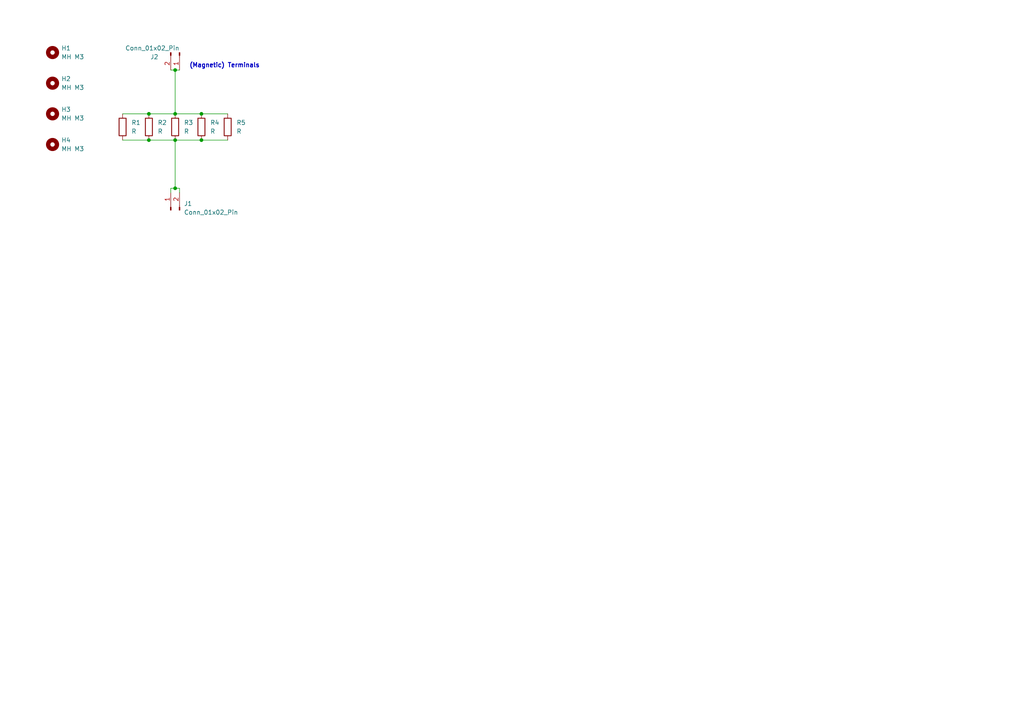
<source format=kicad_sch>
(kicad_sch (version 20250114) (generator "eeschema") (generator_version "9.0")
  (paper "A4")
  (lib_symbols
    (symbol "Connector:Conn_01x02_Pin" (pin_names (offset 1.016) (hide yes))
      (property "Reference" "J" (at 0 2.54 0))
      (property "Value" "Conn_01x02_Pin" (at 0 -5.08 0))
      (symbol "Conn_01x02_Pin_1_1"
        (rectangle (start 0.8636 0.127) (end 0 -0.127) (stroke (width 0.1524)) (fill (type outline)))
        (rectangle (start 0.8636 -2.413) (end 0 -2.667) (stroke (width 0.1524)) (fill (type outline)))
        (polyline (pts (xy 1.27 0) (xy 0.8636 0)) (stroke (width 0.1524)))
        (polyline (pts (xy 1.27 -2.54) (xy 0.8636 -2.54)) (stroke (width 0.1524)))
        (pin passive line (at 5.08 0 180) (length 3.81) (name "Pin_1") (number "1"))
        (pin passive line (at 5.08 -2.54 180) (length 3.81) (name "Pin_2") (number "2"))
      )
    )
    (symbol "Device:R" (pin_numbers (hide yes)) (pin_names (offset 0))
      (property "Reference" "R" (at 2.032 0 90))
      (property "Value" "R" (at 0 0 90))
      (symbol "R_0_1"
        (rectangle (start -1.016 -2.54) (end 1.016 2.54) (stroke (width 0.254)))
      )
      (symbol "R_1_1"
        (pin passive line (at 0 3.81 270) (length 1.27) (name "~") (number "1"))
        (pin passive line (at 0 -3.81 90) (length 1.27) (name "~") (number "2"))
      )
    )
    (symbol "Mechanical:MountingHole" (pin_names (offset 1.016)) (exclude_from_sim yes) (in_bom no)
      (property "Reference" "H" (at 0 5.08 0))
      (property "Value" "MountingHole" (at 0 3.175 0))
      (symbol "MountingHole_0_1"
        (circle (center 0 0) (radius 1.27) (stroke (width 1.27)))
      )
    )
  )
  (text "(Magnetic) Terminals" (at 54.864 19.812 0) (effects (font (size 1.27 1.27) (thickness 0.254) (bold yes)) (justify left bottom)))
  (junction (at 58.42 33.02))
  (junction (at 43.18 33.02))
  (junction (at 43.18 40.64))
  (junction (at 58.42 40.64))
  (junction (at 50.8 40.64))
  (junction (at 50.8 54.61))
  (junction (at 50.8 20.32))
  (junction (at 50.8 33.02))
  (wire (pts (xy 35.56 33.02) (xy 43.18 33.02)))
  (wire (pts (xy 50.8 54.61) (xy 52.07 54.61)))
  (wire (pts (xy 43.18 40.64) (xy 50.8 40.64)))
  (wire (pts (xy 50.8 40.64) (xy 50.8 54.61)))
  (wire (pts (xy 43.18 33.02) (xy 50.8 33.02)))
  (wire (pts (xy 49.53 54.61) (xy 50.8 54.61)))
  (wire (pts (xy 50.8 40.64) (xy 58.42 40.64)))
  (wire (pts (xy 49.53 20.32) (xy 50.8 20.32)))
  (wire (pts (xy 50.8 20.32) (xy 50.8 33.02)))
  (wire (pts (xy 58.42 40.64) (xy 66.04 40.64)))
  (wire (pts (xy 49.53 54.61) (xy 49.53 55.88)))
  (wire (pts (xy 58.42 33.02) (xy 66.04 33.02)))
  (wire (pts (xy 50.8 33.02) (xy 58.42 33.02)))
  (wire (pts (xy 50.8 20.32) (xy 52.07 20.32)))
  (wire (pts (xy 35.56 40.64) (xy 43.18 40.64)))
  (wire (pts (xy 52.07 54.61) (xy 52.07 55.88)))
  (symbol (lib_id "Mechanical:MountingHole") (at 15.24 41.91 0) (unit 1) (in_bom no)
    (property "Reference" "H4" (at 17.78 40.6399 0) (effects (justify left)))
    (property "Value" "MH M3" (at 17.78 43.1799 0) (effects (justify left)))
    (property "Footprint" "EASYEDA2KICAD:MountingHole_3.0mm_M3_tight" (effects (hide yes)))
    (property "Description" "Mounting Hole without connection" (effects (hide yes)))
  )
  (symbol (lib_id "Device:R") (at 43.18 36.83 0) (unit 1)
    (property "Reference" "R2" (at 45.72 35.5599 0) (effects (justify left)))
    (property "Value" "R" (at 45.72 38.0999 0) (effects (justify left)))
    (property "Footprint" "Resistor_SMD:R_2010_5025Metric" (effects (hide yes)))
    (property "Description" "Resistor" (effects (hide yes)))
  )
  (symbol (lib_id "Device:R") (at 58.42 36.83 0) (unit 1)
    (property "Reference" "R4" (at 60.96 35.5599 0) (effects (justify left)))
    (property "Value" "R" (at 60.96 38.0999 0) (effects (justify left)))
    (property "Footprint" "Resistor_SMD:R_1206_3216Metric" (effects (hide yes)))
    (property "Description" "Resistor" (effects (hide yes)))
  )
  (symbol (lib_id "Mechanical:MountingHole") (at 15.24 15.24 0) (unit 1) (in_bom no)
    (property "Reference" "H1" (at 17.78 13.9699 0) (effects (justify left)))
    (property "Value" "MH M3" (at 17.78 16.5099 0) (effects (justify left)))
    (property "Footprint" "EASYEDA2KICAD:MountingHole_3.0mm_M3_tight" (effects (hide yes)))
    (property "Description" "Mounting Hole without connection" (effects (hide yes)))
  )
  (symbol (lib_id "Device:R") (at 66.04 36.83 0) (unit 1)
    (property "Reference" "R5" (at 68.58 35.5599 0) (effects (justify left)))
    (property "Value" "R" (at 68.58 38.0999 0) (effects (justify left)))
    (property "Footprint" "Resistor_SMD:R_0805_2012Metric" (effects (hide yes)))
    (property "Description" "Resistor" (effects (hide yes)))
  )
  (symbol (lib_id "Connector:Conn_01x02_Pin") (at 52.07 15.24 270) (unit 1)
    (property "Reference" "J2" (at 45.974 16.51 90) (effects (justify right)))
    (property "Value" "Conn_01x02_Pin" (at 52.0699 13.97 90) (effects (justify right)))
    (property "Footprint" "EASYEDA2KICAD:Magentic_Connector_1x02_P2.5mm_Horizontal" (effects (hide yes)))
    (property "Description" "Generic connector, single row, 01x02, script generated" (effects (hide yes)))
  )
  (symbol (lib_id "Device:R") (at 35.56 36.83 0) (unit 1)
    (property "Reference" "R1" (at 38.1 35.5599 0) (effects (justify left)))
    (property "Value" "R" (at 38.1 38.0999 0) (effects (justify left)))
    (property "Footprint" "Resistor_SMD:R_2512_6332Metric" (effects (hide yes)))
    (property "Description" "Resistor" (effects (hide yes)))
  )
  (symbol (lib_id "Mechanical:MountingHole") (at 15.24 24.13 0) (unit 1) (in_bom no)
    (property "Reference" "H2" (at 17.78 22.8599 0) (effects (justify left)))
    (property "Value" "MH M3" (at 17.78 25.3999 0) (effects (justify left)))
    (property "Footprint" "EASYEDA2KICAD:MountingHole_3.0mm_M3_tight" (effects (hide yes)))
    (property "Description" "Mounting Hole without connection" (effects (hide yes)))
  )
  (symbol (lib_id "Device:R") (at 50.8 36.83 0) (unit 1)
    (property "Reference" "R3" (at 53.34 35.5599 0) (effects (justify left)))
    (property "Value" "R" (at 53.34 38.0999 0) (effects (justify left)))
    (property "Footprint" "Resistor_SMD:R_1210_3225Metric" (effects (hide yes)))
    (property "Description" "Resistor" (effects (hide yes)))
  )
  (symbol (lib_id "Connector:Conn_01x02_Pin") (at 49.53 60.96 90) (unit 1)
    (property "Reference" "J1" (at 53.34 59.0549 90) (effects (justify right)))
    (property "Value" "Conn_01x02_Pin" (at 53.34 61.5949 90) (effects (justify right)))
    (property "Footprint" "EASYEDA2KICAD:Magentic_Connector_1x02_P2.5mm_Horizontal" (effects (hide yes)))
    (property "Description" "Generic connector, single row, 01x02, script generated" (effects (hide yes)))
  )
  (symbol (lib_id "Mechanical:MountingHole") (at 15.24 33.02 0) (unit 1) (in_bom no)
    (property "Reference" "H3" (at 17.78 31.7499 0) (effects (justify left)))
    (property "Value" "MH M3" (at 17.78 34.2899 0) (effects (justify left)))
    (property "Footprint" "EASYEDA2KICAD:MountingHole_3.0mm_M3_tight" (effects (hide yes)))
    (property "Description" "Mounting Hole without connection" (effects (hide yes)))
  )
)
</source>
